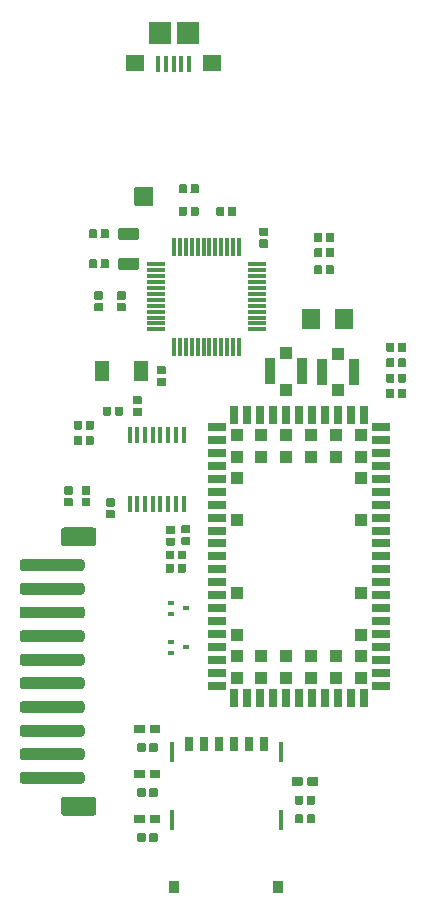
<source format=gbr>
G04 #@! TF.GenerationSoftware,KiCad,Pcbnew,5.1.8+dfsg1-1~bpo10+1*
G04 #@! TF.CreationDate,2021-01-07T21:30:59+01:00*
G04 #@! TF.ProjectId,easyhive,65617379-6869-4766-952e-6b696361645f,rev?*
G04 #@! TF.SameCoordinates,Original*
G04 #@! TF.FileFunction,Paste,Top*
G04 #@! TF.FilePolarity,Positive*
%FSLAX46Y46*%
G04 Gerber Fmt 4.6, Leading zero omitted, Abs format (unit mm)*
G04 Created by KiCad (PCBNEW 5.1.8+dfsg1-1~bpo10+1) date 2021-01-07 21:30:59*
%MOMM*%
%LPD*%
G01*
G04 APERTURE LIST*
%ADD10R,0.508000X0.355999*%
%ADD11R,1.600000X1.800000*%
%ADD12R,0.354800X1.461999*%
%ADD13R,1.900000X1.900000*%
%ADD14R,1.600000X1.400000*%
%ADD15R,0.400000X1.350000*%
%ADD16R,1.200000X1.800000*%
%ADD17R,0.350000X1.800000*%
%ADD18R,0.650000X1.300000*%
%ADD19R,0.900000X1.000000*%
%ADD20R,0.850000X2.200000*%
%ADD21R,1.000000X1.050000*%
%ADD22R,0.800000X1.500000*%
%ADD23R,1.500000X0.800000*%
%ADD24R,1.100000X1.100000*%
%ADD25R,0.300000X1.600000*%
%ADD26R,1.600000X0.300000*%
G04 APERTURE END LIST*
D10*
X146000000Y-121000000D03*
X144704999Y-121500003D03*
X144704999Y-120500002D03*
X145995001Y-117699997D03*
X144700000Y-118200000D03*
X144700000Y-117199999D03*
D11*
X159400000Y-93200000D03*
X156600000Y-93200000D03*
D12*
X145799998Y-108817000D03*
X145149997Y-108817000D03*
X144499998Y-108817000D03*
X143849997Y-108817000D03*
X143199998Y-108817000D03*
X142550000Y-108817000D03*
X141899998Y-108817000D03*
X141250000Y-108817000D03*
X141250000Y-102975000D03*
X141900001Y-102975000D03*
X142550000Y-102975000D03*
X143200001Y-102975000D03*
X143850000Y-102975000D03*
X144499998Y-102975000D03*
X145150000Y-102975000D03*
X145799998Y-102975000D03*
D13*
X143771100Y-68962600D03*
X146171100Y-68962600D03*
D14*
X141721100Y-71512600D03*
X148221100Y-71512600D03*
D15*
X146271100Y-71637600D03*
X145621100Y-71637600D03*
X143671100Y-71637600D03*
X144321100Y-71637600D03*
X144971100Y-71637600D03*
G36*
G01*
X139973400Y-108448000D02*
X139973400Y-109008000D01*
G75*
G02*
X139903400Y-109078000I-70000J0D01*
G01*
X139293400Y-109078000D01*
G75*
G02*
X139223400Y-109008000I0J70000D01*
G01*
X139223400Y-108448000D01*
G75*
G02*
X139293400Y-108378000I70000J0D01*
G01*
X139903400Y-108378000D01*
G75*
G02*
X139973400Y-108448000I0J-70000D01*
G01*
G37*
G36*
G01*
X139973400Y-109448000D02*
X139973400Y-110008000D01*
G75*
G02*
X139903400Y-110078000I-70000J0D01*
G01*
X139293400Y-110078000D01*
G75*
G02*
X139223400Y-110008000I0J70000D01*
G01*
X139223400Y-109448000D01*
G75*
G02*
X139293400Y-109378000I70000J0D01*
G01*
X139903400Y-109378000D01*
G75*
G02*
X139973400Y-109448000I0J-70000D01*
G01*
G37*
G36*
G01*
X140607000Y-101365400D02*
X140047000Y-101365400D01*
G75*
G02*
X139977000Y-101295400I0J70000D01*
G01*
X139977000Y-100685400D01*
G75*
G02*
X140047000Y-100615400I70000J0D01*
G01*
X140607000Y-100615400D01*
G75*
G02*
X140677000Y-100685400I0J-70000D01*
G01*
X140677000Y-101295400D01*
G75*
G02*
X140607000Y-101365400I-70000J0D01*
G01*
G37*
G36*
G01*
X139607000Y-101365400D02*
X139047000Y-101365400D01*
G75*
G02*
X138977000Y-101295400I0J70000D01*
G01*
X138977000Y-100685400D01*
G75*
G02*
X139047000Y-100615400I70000J0D01*
G01*
X139607000Y-100615400D01*
G75*
G02*
X139677000Y-100685400I0J-70000D01*
G01*
X139677000Y-101295400D01*
G75*
G02*
X139607000Y-101365400I-70000J0D01*
G01*
G37*
G36*
G01*
X141509400Y-101346600D02*
X141509400Y-100786600D01*
G75*
G02*
X141579400Y-100716600I70000J0D01*
G01*
X142189400Y-100716600D01*
G75*
G02*
X142259400Y-100786600I0J-70000D01*
G01*
X142259400Y-101346600D01*
G75*
G02*
X142189400Y-101416600I-70000J0D01*
G01*
X141579400Y-101416600D01*
G75*
G02*
X141509400Y-101346600I0J70000D01*
G01*
G37*
G36*
G01*
X141509400Y-100346600D02*
X141509400Y-99786600D01*
G75*
G02*
X141579400Y-99716600I70000J0D01*
G01*
X142189400Y-99716600D01*
G75*
G02*
X142259400Y-99786600I0J-70000D01*
G01*
X142259400Y-100346600D01*
G75*
G02*
X142189400Y-100416600I-70000J0D01*
G01*
X141579400Y-100416600D01*
G75*
G02*
X141509400Y-100346600I0J70000D01*
G01*
G37*
G36*
G01*
X138133400Y-102550200D02*
X137573400Y-102550200D01*
G75*
G02*
X137503400Y-102480200I0J70000D01*
G01*
X137503400Y-101870200D01*
G75*
G02*
X137573400Y-101800200I70000J0D01*
G01*
X138133400Y-101800200D01*
G75*
G02*
X138203400Y-101870200I0J-70000D01*
G01*
X138203400Y-102480200D01*
G75*
G02*
X138133400Y-102550200I-70000J0D01*
G01*
G37*
G36*
G01*
X137133400Y-102550200D02*
X136573400Y-102550200D01*
G75*
G02*
X136503400Y-102480200I0J70000D01*
G01*
X136503400Y-101870200D01*
G75*
G02*
X136573400Y-101800200I70000J0D01*
G01*
X137133400Y-101800200D01*
G75*
G02*
X137203400Y-101870200I0J-70000D01*
G01*
X137203400Y-102480200D01*
G75*
G02*
X137133400Y-102550200I-70000J0D01*
G01*
G37*
G36*
G01*
X138133400Y-103850200D02*
X137573400Y-103850200D01*
G75*
G02*
X137503400Y-103780200I0J70000D01*
G01*
X137503400Y-103170200D01*
G75*
G02*
X137573400Y-103100200I70000J0D01*
G01*
X138133400Y-103100200D01*
G75*
G02*
X138203400Y-103170200I0J-70000D01*
G01*
X138203400Y-103780200D01*
G75*
G02*
X138133400Y-103850200I-70000J0D01*
G01*
G37*
G36*
G01*
X137133400Y-103850200D02*
X136573400Y-103850200D01*
G75*
G02*
X136503400Y-103780200I0J70000D01*
G01*
X136503400Y-103170200D01*
G75*
G02*
X136573400Y-103100200I70000J0D01*
G01*
X137133400Y-103100200D01*
G75*
G02*
X137203400Y-103170200I0J-70000D01*
G01*
X137203400Y-103780200D01*
G75*
G02*
X137133400Y-103850200I-70000J0D01*
G01*
G37*
G36*
G01*
X137166000Y-108984000D02*
X137166000Y-108424000D01*
G75*
G02*
X137236000Y-108354000I70000J0D01*
G01*
X137846000Y-108354000D01*
G75*
G02*
X137916000Y-108424000I0J-70000D01*
G01*
X137916000Y-108984000D01*
G75*
G02*
X137846000Y-109054000I-70000J0D01*
G01*
X137236000Y-109054000D01*
G75*
G02*
X137166000Y-108984000I0J70000D01*
G01*
G37*
G36*
G01*
X137166000Y-107984000D02*
X137166000Y-107424000D01*
G75*
G02*
X137236000Y-107354000I70000J0D01*
G01*
X137846000Y-107354000D01*
G75*
G02*
X137916000Y-107424000I0J-70000D01*
G01*
X137916000Y-107984000D01*
G75*
G02*
X137846000Y-108054000I-70000J0D01*
G01*
X137236000Y-108054000D01*
G75*
G02*
X137166000Y-107984000I0J70000D01*
G01*
G37*
G36*
G01*
X135667400Y-108992000D02*
X135667400Y-108432000D01*
G75*
G02*
X135737400Y-108362000I70000J0D01*
G01*
X136347400Y-108362000D01*
G75*
G02*
X136417400Y-108432000I0J-70000D01*
G01*
X136417400Y-108992000D01*
G75*
G02*
X136347400Y-109062000I-70000J0D01*
G01*
X135737400Y-109062000D01*
G75*
G02*
X135667400Y-108992000I0J70000D01*
G01*
G37*
G36*
G01*
X135667400Y-107992000D02*
X135667400Y-107432000D01*
G75*
G02*
X135737400Y-107362000I70000J0D01*
G01*
X136347400Y-107362000D01*
G75*
G02*
X136417400Y-107432000I0J-70000D01*
G01*
X136417400Y-107992000D01*
G75*
G02*
X136347400Y-108062000I-70000J0D01*
G01*
X135737400Y-108062000D01*
G75*
G02*
X135667400Y-107992000I0J70000D01*
G01*
G37*
G36*
G01*
X144370000Y-113925000D02*
X144930000Y-113925000D01*
G75*
G02*
X145000000Y-113995000I0J-70000D01*
G01*
X145000000Y-114605000D01*
G75*
G02*
X144930000Y-114675000I-70000J0D01*
G01*
X144370000Y-114675000D01*
G75*
G02*
X144300000Y-114605000I0J70000D01*
G01*
X144300000Y-113995000D01*
G75*
G02*
X144370000Y-113925000I70000J0D01*
G01*
G37*
G36*
G01*
X145370000Y-113925000D02*
X145930000Y-113925000D01*
G75*
G02*
X146000000Y-113995000I0J-70000D01*
G01*
X146000000Y-114605000D01*
G75*
G02*
X145930000Y-114675000I-70000J0D01*
G01*
X145370000Y-114675000D01*
G75*
G02*
X145300000Y-114605000I0J70000D01*
G01*
X145300000Y-113995000D01*
G75*
G02*
X145370000Y-113925000I70000J0D01*
G01*
G37*
G36*
G01*
X144395000Y-112800000D02*
X144955000Y-112800000D01*
G75*
G02*
X145025000Y-112870000I0J-70000D01*
G01*
X145025000Y-113480000D01*
G75*
G02*
X144955000Y-113550000I-70000J0D01*
G01*
X144395000Y-113550000D01*
G75*
G02*
X144325000Y-113480000I0J70000D01*
G01*
X144325000Y-112870000D01*
G75*
G02*
X144395000Y-112800000I70000J0D01*
G01*
G37*
G36*
G01*
X145395000Y-112800000D02*
X145955000Y-112800000D01*
G75*
G02*
X146025000Y-112870000I0J-70000D01*
G01*
X146025000Y-113480000D01*
G75*
G02*
X145955000Y-113550000I-70000J0D01*
G01*
X145395000Y-113550000D01*
G75*
G02*
X145325000Y-113480000I0J70000D01*
G01*
X145325000Y-112870000D01*
G75*
G02*
X145395000Y-112800000I70000J0D01*
G01*
G37*
G36*
G01*
X158480000Y-87945000D02*
X157920000Y-87945000D01*
G75*
G02*
X157850000Y-87875000I0J70000D01*
G01*
X157850000Y-87265000D01*
G75*
G02*
X157920000Y-87195000I70000J0D01*
G01*
X158480000Y-87195000D01*
G75*
G02*
X158550000Y-87265000I0J-70000D01*
G01*
X158550000Y-87875000D01*
G75*
G02*
X158480000Y-87945000I-70000J0D01*
G01*
G37*
G36*
G01*
X157480000Y-87945000D02*
X156920000Y-87945000D01*
G75*
G02*
X156850000Y-87875000I0J70000D01*
G01*
X156850000Y-87265000D01*
G75*
G02*
X156920000Y-87195000I70000J0D01*
G01*
X157480000Y-87195000D01*
G75*
G02*
X157550000Y-87265000I0J-70000D01*
G01*
X157550000Y-87875000D01*
G75*
G02*
X157480000Y-87945000I-70000J0D01*
G01*
G37*
G36*
G01*
X156920000Y-85915000D02*
X157480000Y-85915000D01*
G75*
G02*
X157550000Y-85985000I0J-70000D01*
G01*
X157550000Y-86595000D01*
G75*
G02*
X157480000Y-86665000I-70000J0D01*
G01*
X156920000Y-86665000D01*
G75*
G02*
X156850000Y-86595000I0J70000D01*
G01*
X156850000Y-85985000D01*
G75*
G02*
X156920000Y-85915000I70000J0D01*
G01*
G37*
G36*
G01*
X157920000Y-85915000D02*
X158480000Y-85915000D01*
G75*
G02*
X158550000Y-85985000I0J-70000D01*
G01*
X158550000Y-86595000D01*
G75*
G02*
X158480000Y-86665000I-70000J0D01*
G01*
X157920000Y-86665000D01*
G75*
G02*
X157850000Y-86595000I0J70000D01*
G01*
X157850000Y-85985000D01*
G75*
G02*
X157920000Y-85915000I70000J0D01*
G01*
G37*
G36*
G01*
X140386100Y-88008600D02*
X141936100Y-88008600D01*
G75*
G02*
X142061100Y-88133600I0J-125000D01*
G01*
X142061100Y-88883600D01*
G75*
G02*
X141936100Y-89008600I-125000J0D01*
G01*
X140386100Y-89008600D01*
G75*
G02*
X140261100Y-88883600I0J125000D01*
G01*
X140261100Y-88133600D01*
G75*
G02*
X140386100Y-88008600I125000J0D01*
G01*
G37*
G36*
G01*
X140386100Y-85508600D02*
X141936100Y-85508600D01*
G75*
G02*
X142061100Y-85633600I0J-125000D01*
G01*
X142061100Y-86383600D01*
G75*
G02*
X141936100Y-86508600I-125000J0D01*
G01*
X140386100Y-86508600D01*
G75*
G02*
X140261100Y-86383600I0J125000D01*
G01*
X140261100Y-85633600D01*
G75*
G02*
X140386100Y-85508600I125000J0D01*
G01*
G37*
D16*
X142200000Y-97600000D03*
X138900000Y-97600000D03*
D17*
X154011100Y-135588600D03*
X144820100Y-135588600D03*
X154011100Y-129838600D03*
X144820100Y-129838600D03*
D18*
X146246100Y-129168600D03*
X147516100Y-129168600D03*
X148786100Y-129168600D03*
X150056100Y-129168600D03*
X151326100Y-129168600D03*
X152596100Y-129168600D03*
D19*
X153816100Y-141308600D03*
X145016100Y-141308600D03*
D20*
X155832400Y-97637600D03*
X153082400Y-97637600D03*
D21*
X154457400Y-99162600D03*
X154457400Y-96112600D03*
D20*
X160250000Y-97650000D03*
X157500000Y-97650000D03*
D21*
X158875000Y-99175000D03*
X158875000Y-96125000D03*
D22*
X152250000Y-101350000D03*
X153350000Y-101350000D03*
X154450000Y-101350000D03*
X155550000Y-101350000D03*
X156650000Y-101350000D03*
X157750000Y-101350000D03*
X158850000Y-101350000D03*
X159950000Y-101350000D03*
X150050000Y-101350000D03*
X151150000Y-101350000D03*
D23*
X148600000Y-102300000D03*
D22*
X161050000Y-101350000D03*
D23*
X148600000Y-103400000D03*
X148600000Y-104500000D03*
X148600000Y-105600000D03*
X148600000Y-106700000D03*
X148600000Y-107800000D03*
X148600000Y-108900000D03*
X148600000Y-110000000D03*
X148600000Y-111100000D03*
X148600000Y-112200000D03*
X148600000Y-113300000D03*
X148600000Y-114400000D03*
X148600000Y-115500000D03*
X148600000Y-116600000D03*
X148600000Y-117700000D03*
X148600000Y-118800000D03*
X148600000Y-119900000D03*
X148600000Y-121000000D03*
X148600000Y-122100000D03*
X148600000Y-123200000D03*
X148600000Y-124300000D03*
X162500000Y-102300000D03*
X162500000Y-103400000D03*
X162500000Y-104500000D03*
X162500000Y-105600000D03*
X162500000Y-106700000D03*
X162500000Y-107800000D03*
X162500000Y-108900000D03*
X162500000Y-110000000D03*
X162500000Y-111100000D03*
X162500000Y-112200000D03*
X162500000Y-113300000D03*
X162500000Y-114400000D03*
X162500000Y-115500000D03*
X162500000Y-116600000D03*
X162500000Y-117700000D03*
X162500000Y-118800000D03*
X162500000Y-119900000D03*
X162500000Y-121000000D03*
X162500000Y-122100000D03*
X162500000Y-123200000D03*
X162500000Y-124300000D03*
D22*
X152250000Y-125250000D03*
X153350000Y-125250000D03*
X154450000Y-125250000D03*
X155550000Y-125250000D03*
X156650000Y-125250000D03*
X157750000Y-125250000D03*
X158850000Y-125250000D03*
X159950000Y-125250000D03*
X150050000Y-125250000D03*
X151150000Y-125250000D03*
X161050000Y-125250000D03*
D24*
X150300000Y-103050000D03*
X152400000Y-103050000D03*
X154500000Y-103050000D03*
X156600000Y-103050000D03*
X158700000Y-103050000D03*
X160800000Y-103050000D03*
X160800000Y-104850000D03*
X158700000Y-104850000D03*
X156600000Y-104850000D03*
X154500000Y-104850000D03*
X152400000Y-104850000D03*
X150300000Y-104850000D03*
X150300000Y-106650000D03*
X160800000Y-106650000D03*
X150300000Y-110250000D03*
X160800000Y-110250000D03*
X150300000Y-121750000D03*
X152400000Y-121750000D03*
X154500000Y-121750000D03*
X156600000Y-121750000D03*
X158700000Y-121750000D03*
X160800000Y-121750000D03*
X160800000Y-123550000D03*
X158700000Y-123550000D03*
X156600000Y-123550000D03*
X154500000Y-123550000D03*
X152400000Y-123550000D03*
X150300000Y-123550000D03*
X150300000Y-116350000D03*
X160800000Y-116350000D03*
X150300000Y-119950000D03*
X160800000Y-119950000D03*
G36*
G01*
X143231100Y-82093600D02*
X143231100Y-83533600D01*
G75*
G02*
X143151100Y-83613600I-80000J0D01*
G01*
X141711100Y-83613600D01*
G75*
G02*
X141631100Y-83533600I0J80000D01*
G01*
X141631100Y-82093600D01*
G75*
G02*
X141711100Y-82013600I80000J0D01*
G01*
X143151100Y-82013600D01*
G75*
G02*
X143231100Y-82093600I0J-80000D01*
G01*
G37*
D25*
X144996100Y-87068600D03*
X145496100Y-87068600D03*
X145996100Y-87068600D03*
X146496100Y-87068600D03*
X146996100Y-87068600D03*
X147496100Y-87068600D03*
X147996100Y-87068600D03*
X148496100Y-87068600D03*
X148996100Y-87068600D03*
X149496100Y-87068600D03*
X149996100Y-87068600D03*
X150496100Y-87068600D03*
D26*
X151996100Y-88568600D03*
X151996100Y-89068600D03*
X151996100Y-89568600D03*
X151996100Y-90068600D03*
X151996100Y-90568600D03*
X151996100Y-91068600D03*
X151996100Y-92068600D03*
X151996100Y-91568600D03*
X151996100Y-92568600D03*
X151996100Y-93068600D03*
X151996100Y-93568600D03*
X151996100Y-94068600D03*
D25*
X150496100Y-95568600D03*
X149996100Y-95568600D03*
X149496100Y-95568600D03*
X148996100Y-95568600D03*
X148496100Y-95568600D03*
X147996100Y-95568600D03*
X147496100Y-95568600D03*
X146996100Y-95568600D03*
X146496100Y-95568600D03*
X145996100Y-95568600D03*
X145496100Y-95568600D03*
X144996100Y-95568600D03*
D26*
X143496100Y-94068600D03*
X143496100Y-93568600D03*
X143496100Y-93068600D03*
X143496100Y-92568600D03*
X143496100Y-92068600D03*
X143496100Y-91568600D03*
X143496100Y-91068600D03*
X143496100Y-90568600D03*
X143496100Y-90068600D03*
X143496100Y-89568600D03*
X143496100Y-89068600D03*
X143496100Y-88568600D03*
G36*
G01*
X142548600Y-127583600D02*
X142548600Y-128213600D01*
G75*
G02*
X142513600Y-128248600I-35000J0D01*
G01*
X141683600Y-128248600D01*
G75*
G02*
X141648600Y-128213600I0J35000D01*
G01*
X141648600Y-127583600D01*
G75*
G02*
X141683600Y-127548600I35000J0D01*
G01*
X142513600Y-127548600D01*
G75*
G02*
X142548600Y-127583600I0J-35000D01*
G01*
G37*
G36*
G01*
X143848600Y-127583600D02*
X143848600Y-128213600D01*
G75*
G02*
X143813600Y-128248600I-35000J0D01*
G01*
X142983600Y-128248600D01*
G75*
G02*
X142948600Y-128213600I0J35000D01*
G01*
X142948600Y-127583600D01*
G75*
G02*
X142983600Y-127548600I35000J0D01*
G01*
X143813600Y-127548600D01*
G75*
G02*
X143848600Y-127583600I0J-35000D01*
G01*
G37*
G36*
G01*
X142548600Y-131393600D02*
X142548600Y-132023600D01*
G75*
G02*
X142513600Y-132058600I-35000J0D01*
G01*
X141683600Y-132058600D01*
G75*
G02*
X141648600Y-132023600I0J35000D01*
G01*
X141648600Y-131393600D01*
G75*
G02*
X141683600Y-131358600I35000J0D01*
G01*
X142513600Y-131358600D01*
G75*
G02*
X142548600Y-131393600I0J-35000D01*
G01*
G37*
G36*
G01*
X143848600Y-131393600D02*
X143848600Y-132023600D01*
G75*
G02*
X143813600Y-132058600I-35000J0D01*
G01*
X142983600Y-132058600D01*
G75*
G02*
X142948600Y-132023600I0J35000D01*
G01*
X142948600Y-131393600D01*
G75*
G02*
X142983600Y-131358600I35000J0D01*
G01*
X143813600Y-131358600D01*
G75*
G02*
X143848600Y-131393600I0J-35000D01*
G01*
G37*
G36*
G01*
X156283600Y-132658600D02*
X156283600Y-132028600D01*
G75*
G02*
X156318600Y-131993600I35000J0D01*
G01*
X157148600Y-131993600D01*
G75*
G02*
X157183600Y-132028600I0J-35000D01*
G01*
X157183600Y-132658600D01*
G75*
G02*
X157148600Y-132693600I-35000J0D01*
G01*
X156318600Y-132693600D01*
G75*
G02*
X156283600Y-132658600I0J35000D01*
G01*
G37*
G36*
G01*
X154983600Y-132658600D02*
X154983600Y-132028600D01*
G75*
G02*
X155018600Y-131993600I35000J0D01*
G01*
X155848600Y-131993600D01*
G75*
G02*
X155883600Y-132028600I0J-35000D01*
G01*
X155883600Y-132658600D01*
G75*
G02*
X155848600Y-132693600I-35000J0D01*
G01*
X155018600Y-132693600D01*
G75*
G02*
X154983600Y-132658600I0J35000D01*
G01*
G37*
G36*
G01*
X142548600Y-135203600D02*
X142548600Y-135833600D01*
G75*
G02*
X142513600Y-135868600I-35000J0D01*
G01*
X141683600Y-135868600D01*
G75*
G02*
X141648600Y-135833600I0J35000D01*
G01*
X141648600Y-135203600D01*
G75*
G02*
X141683600Y-135168600I35000J0D01*
G01*
X142513600Y-135168600D01*
G75*
G02*
X142548600Y-135203600I0J-35000D01*
G01*
G37*
G36*
G01*
X143848600Y-135203600D02*
X143848600Y-135833600D01*
G75*
G02*
X143813600Y-135868600I-35000J0D01*
G01*
X142983600Y-135868600D01*
G75*
G02*
X142948600Y-135833600I0J35000D01*
G01*
X142948600Y-135203600D01*
G75*
G02*
X142983600Y-135168600I35000J0D01*
G01*
X143813600Y-135168600D01*
G75*
G02*
X143848600Y-135203600I0J-35000D01*
G01*
G37*
G36*
G01*
X145075000Y-110770000D02*
X145075000Y-111330000D01*
G75*
G02*
X145005000Y-111400000I-70000J0D01*
G01*
X144395000Y-111400000D01*
G75*
G02*
X144325000Y-111330000I0J70000D01*
G01*
X144325000Y-110770000D01*
G75*
G02*
X144395000Y-110700000I70000J0D01*
G01*
X145005000Y-110700000D01*
G75*
G02*
X145075000Y-110770000I0J-70000D01*
G01*
G37*
G36*
G01*
X145075000Y-111770000D02*
X145075000Y-112330000D01*
G75*
G02*
X145005000Y-112400000I-70000J0D01*
G01*
X144395000Y-112400000D01*
G75*
G02*
X144325000Y-112330000I0J70000D01*
G01*
X144325000Y-111770000D01*
G75*
G02*
X144395000Y-111700000I70000J0D01*
G01*
X145005000Y-111700000D01*
G75*
G02*
X145075000Y-111770000I0J-70000D01*
G01*
G37*
G36*
G01*
X146375000Y-110720000D02*
X146375000Y-111280000D01*
G75*
G02*
X146305000Y-111350000I-70000J0D01*
G01*
X145695000Y-111350000D01*
G75*
G02*
X145625000Y-111280000I0J70000D01*
G01*
X145625000Y-110720000D01*
G75*
G02*
X145695000Y-110650000I70000J0D01*
G01*
X146305000Y-110650000D01*
G75*
G02*
X146375000Y-110720000I0J-70000D01*
G01*
G37*
G36*
G01*
X146375000Y-111720000D02*
X146375000Y-112280000D01*
G75*
G02*
X146305000Y-112350000I-70000J0D01*
G01*
X145695000Y-112350000D01*
G75*
G02*
X145625000Y-112280000I0J70000D01*
G01*
X145625000Y-111720000D01*
G75*
G02*
X145695000Y-111650000I70000J0D01*
G01*
X146305000Y-111650000D01*
G75*
G02*
X146375000Y-111720000I0J-70000D01*
G01*
G37*
G36*
G01*
X163580000Y-97275000D02*
X163020000Y-97275000D01*
G75*
G02*
X162950000Y-97205000I0J70000D01*
G01*
X162950000Y-96595000D01*
G75*
G02*
X163020000Y-96525000I70000J0D01*
G01*
X163580000Y-96525000D01*
G75*
G02*
X163650000Y-96595000I0J-70000D01*
G01*
X163650000Y-97205000D01*
G75*
G02*
X163580000Y-97275000I-70000J0D01*
G01*
G37*
G36*
G01*
X164580000Y-97275000D02*
X164020000Y-97275000D01*
G75*
G02*
X163950000Y-97205000I0J70000D01*
G01*
X163950000Y-96595000D01*
G75*
G02*
X164020000Y-96525000I70000J0D01*
G01*
X164580000Y-96525000D01*
G75*
G02*
X164650000Y-96595000I0J-70000D01*
G01*
X164650000Y-97205000D01*
G75*
G02*
X164580000Y-97275000I-70000J0D01*
G01*
G37*
G36*
G01*
X163580000Y-99875000D02*
X163020000Y-99875000D01*
G75*
G02*
X162950000Y-99805000I0J70000D01*
G01*
X162950000Y-99195000D01*
G75*
G02*
X163020000Y-99125000I70000J0D01*
G01*
X163580000Y-99125000D01*
G75*
G02*
X163650000Y-99195000I0J-70000D01*
G01*
X163650000Y-99805000D01*
G75*
G02*
X163580000Y-99875000I-70000J0D01*
G01*
G37*
G36*
G01*
X164580000Y-99875000D02*
X164020000Y-99875000D01*
G75*
G02*
X163950000Y-99805000I0J70000D01*
G01*
X163950000Y-99195000D01*
G75*
G02*
X164020000Y-99125000I70000J0D01*
G01*
X164580000Y-99125000D01*
G75*
G02*
X164650000Y-99195000I0J-70000D01*
G01*
X164650000Y-99805000D01*
G75*
G02*
X164580000Y-99875000I-70000J0D01*
G01*
G37*
G36*
G01*
X163580000Y-98575000D02*
X163020000Y-98575000D01*
G75*
G02*
X162950000Y-98505000I0J70000D01*
G01*
X162950000Y-97895000D01*
G75*
G02*
X163020000Y-97825000I70000J0D01*
G01*
X163580000Y-97825000D01*
G75*
G02*
X163650000Y-97895000I0J-70000D01*
G01*
X163650000Y-98505000D01*
G75*
G02*
X163580000Y-98575000I-70000J0D01*
G01*
G37*
G36*
G01*
X164580000Y-98575000D02*
X164020000Y-98575000D01*
G75*
G02*
X163950000Y-98505000I0J70000D01*
G01*
X163950000Y-97895000D01*
G75*
G02*
X164020000Y-97825000I70000J0D01*
G01*
X164580000Y-97825000D01*
G75*
G02*
X164650000Y-97895000I0J-70000D01*
G01*
X164650000Y-98505000D01*
G75*
G02*
X164580000Y-98575000I-70000J0D01*
G01*
G37*
G36*
G01*
X163580000Y-95975000D02*
X163020000Y-95975000D01*
G75*
G02*
X162950000Y-95905000I0J70000D01*
G01*
X162950000Y-95295000D01*
G75*
G02*
X163020000Y-95225000I70000J0D01*
G01*
X163580000Y-95225000D01*
G75*
G02*
X163650000Y-95295000I0J-70000D01*
G01*
X163650000Y-95905000D01*
G75*
G02*
X163580000Y-95975000I-70000J0D01*
G01*
G37*
G36*
G01*
X164580000Y-95975000D02*
X164020000Y-95975000D01*
G75*
G02*
X163950000Y-95905000I0J70000D01*
G01*
X163950000Y-95295000D01*
G75*
G02*
X164020000Y-95225000I70000J0D01*
G01*
X164580000Y-95225000D01*
G75*
G02*
X164650000Y-95295000I0J-70000D01*
G01*
X164650000Y-95905000D01*
G75*
G02*
X164580000Y-95975000I-70000J0D01*
G01*
G37*
G36*
G01*
X156863600Y-135893600D02*
X156303600Y-135893600D01*
G75*
G02*
X156233600Y-135823600I0J70000D01*
G01*
X156233600Y-135213600D01*
G75*
G02*
X156303600Y-135143600I70000J0D01*
G01*
X156863600Y-135143600D01*
G75*
G02*
X156933600Y-135213600I0J-70000D01*
G01*
X156933600Y-135823600D01*
G75*
G02*
X156863600Y-135893600I-70000J0D01*
G01*
G37*
G36*
G01*
X155863600Y-135893600D02*
X155303600Y-135893600D01*
G75*
G02*
X155233600Y-135823600I0J70000D01*
G01*
X155233600Y-135213600D01*
G75*
G02*
X155303600Y-135143600I70000J0D01*
G01*
X155863600Y-135143600D01*
G75*
G02*
X155933600Y-135213600I0J-70000D01*
G01*
X155933600Y-135823600D01*
G75*
G02*
X155863600Y-135893600I-70000J0D01*
G01*
G37*
G36*
G01*
X156863600Y-134306100D02*
X156303600Y-134306100D01*
G75*
G02*
X156233600Y-134236100I0J70000D01*
G01*
X156233600Y-133626100D01*
G75*
G02*
X156303600Y-133556100I70000J0D01*
G01*
X156863600Y-133556100D01*
G75*
G02*
X156933600Y-133626100I0J-70000D01*
G01*
X156933600Y-134236100D01*
G75*
G02*
X156863600Y-134306100I-70000J0D01*
G01*
G37*
G36*
G01*
X155863600Y-134306100D02*
X155303600Y-134306100D01*
G75*
G02*
X155233600Y-134236100I0J70000D01*
G01*
X155233600Y-133626100D01*
G75*
G02*
X155303600Y-133556100I70000J0D01*
G01*
X155863600Y-133556100D01*
G75*
G02*
X155933600Y-133626100I0J-70000D01*
G01*
X155933600Y-134236100D01*
G75*
G02*
X155863600Y-134306100I-70000J0D01*
G01*
G37*
G36*
G01*
X141968600Y-136731100D02*
X142528600Y-136731100D01*
G75*
G02*
X142598600Y-136801100I0J-70000D01*
G01*
X142598600Y-137411100D01*
G75*
G02*
X142528600Y-137481100I-70000J0D01*
G01*
X141968600Y-137481100D01*
G75*
G02*
X141898600Y-137411100I0J70000D01*
G01*
X141898600Y-136801100D01*
G75*
G02*
X141968600Y-136731100I70000J0D01*
G01*
G37*
G36*
G01*
X142968600Y-136731100D02*
X143528600Y-136731100D01*
G75*
G02*
X143598600Y-136801100I0J-70000D01*
G01*
X143598600Y-137411100D01*
G75*
G02*
X143528600Y-137481100I-70000J0D01*
G01*
X142968600Y-137481100D01*
G75*
G02*
X142898600Y-137411100I0J70000D01*
G01*
X142898600Y-136801100D01*
G75*
G02*
X142968600Y-136731100I70000J0D01*
G01*
G37*
G36*
G01*
X141968600Y-132921100D02*
X142528600Y-132921100D01*
G75*
G02*
X142598600Y-132991100I0J-70000D01*
G01*
X142598600Y-133601100D01*
G75*
G02*
X142528600Y-133671100I-70000J0D01*
G01*
X141968600Y-133671100D01*
G75*
G02*
X141898600Y-133601100I0J70000D01*
G01*
X141898600Y-132991100D01*
G75*
G02*
X141968600Y-132921100I70000J0D01*
G01*
G37*
G36*
G01*
X142968600Y-132921100D02*
X143528600Y-132921100D01*
G75*
G02*
X143598600Y-132991100I0J-70000D01*
G01*
X143598600Y-133601100D01*
G75*
G02*
X143528600Y-133671100I-70000J0D01*
G01*
X142968600Y-133671100D01*
G75*
G02*
X142898600Y-133601100I0J70000D01*
G01*
X142898600Y-132991100D01*
G75*
G02*
X142968600Y-132921100I70000J0D01*
G01*
G37*
G36*
G01*
X141968600Y-129111100D02*
X142528600Y-129111100D01*
G75*
G02*
X142598600Y-129181100I0J-70000D01*
G01*
X142598600Y-129791100D01*
G75*
G02*
X142528600Y-129861100I-70000J0D01*
G01*
X141968600Y-129861100D01*
G75*
G02*
X141898600Y-129791100I0J70000D01*
G01*
X141898600Y-129181100D01*
G75*
G02*
X141968600Y-129111100I70000J0D01*
G01*
G37*
G36*
G01*
X142968600Y-129111100D02*
X143528600Y-129111100D01*
G75*
G02*
X143598600Y-129181100I0J-70000D01*
G01*
X143598600Y-129791100D01*
G75*
G02*
X143528600Y-129861100I-70000J0D01*
G01*
X142968600Y-129861100D01*
G75*
G02*
X142898600Y-129791100I0J70000D01*
G01*
X142898600Y-129181100D01*
G75*
G02*
X142968600Y-129111100I70000J0D01*
G01*
G37*
G36*
G01*
X156910000Y-88655000D02*
X157470000Y-88655000D01*
G75*
G02*
X157540000Y-88725000I0J-70000D01*
G01*
X157540000Y-89335000D01*
G75*
G02*
X157470000Y-89405000I-70000J0D01*
G01*
X156910000Y-89405000D01*
G75*
G02*
X156840000Y-89335000I0J70000D01*
G01*
X156840000Y-88725000D01*
G75*
G02*
X156910000Y-88655000I70000J0D01*
G01*
G37*
G36*
G01*
X157910000Y-88655000D02*
X158470000Y-88655000D01*
G75*
G02*
X158540000Y-88725000I0J-70000D01*
G01*
X158540000Y-89335000D01*
G75*
G02*
X158470000Y-89405000I-70000J0D01*
G01*
X157910000Y-89405000D01*
G75*
G02*
X157840000Y-89335000I0J70000D01*
G01*
X157840000Y-88725000D01*
G75*
G02*
X157910000Y-88655000I70000J0D01*
G01*
G37*
G36*
G01*
X138246100Y-92483600D02*
X138246100Y-91923600D01*
G75*
G02*
X138316100Y-91853600I70000J0D01*
G01*
X138926100Y-91853600D01*
G75*
G02*
X138996100Y-91923600I0J-70000D01*
G01*
X138996100Y-92483600D01*
G75*
G02*
X138926100Y-92553600I-70000J0D01*
G01*
X138316100Y-92553600D01*
G75*
G02*
X138246100Y-92483600I0J70000D01*
G01*
G37*
G36*
G01*
X138246100Y-91483600D02*
X138246100Y-90923600D01*
G75*
G02*
X138316100Y-90853600I70000J0D01*
G01*
X138926100Y-90853600D01*
G75*
G02*
X138996100Y-90923600I0J-70000D01*
G01*
X138996100Y-91483600D01*
G75*
G02*
X138926100Y-91553600I-70000J0D01*
G01*
X138316100Y-91553600D01*
G75*
G02*
X138246100Y-91483600I0J70000D01*
G01*
G37*
G36*
G01*
X145461100Y-81803600D02*
X146021100Y-81803600D01*
G75*
G02*
X146091100Y-81873600I0J-70000D01*
G01*
X146091100Y-82483600D01*
G75*
G02*
X146021100Y-82553600I-70000J0D01*
G01*
X145461100Y-82553600D01*
G75*
G02*
X145391100Y-82483600I0J70000D01*
G01*
X145391100Y-81873600D01*
G75*
G02*
X145461100Y-81803600I70000J0D01*
G01*
G37*
G36*
G01*
X146461100Y-81803600D02*
X147021100Y-81803600D01*
G75*
G02*
X147091100Y-81873600I0J-70000D01*
G01*
X147091100Y-82483600D01*
G75*
G02*
X147021100Y-82553600I-70000J0D01*
G01*
X146461100Y-82553600D01*
G75*
G02*
X146391100Y-82483600I0J70000D01*
G01*
X146391100Y-81873600D01*
G75*
G02*
X146461100Y-81803600I70000J0D01*
G01*
G37*
G36*
G01*
X140151100Y-92483600D02*
X140151100Y-91923600D01*
G75*
G02*
X140221100Y-91853600I70000J0D01*
G01*
X140831100Y-91853600D01*
G75*
G02*
X140901100Y-91923600I0J-70000D01*
G01*
X140901100Y-92483600D01*
G75*
G02*
X140831100Y-92553600I-70000J0D01*
G01*
X140221100Y-92553600D01*
G75*
G02*
X140151100Y-92483600I0J70000D01*
G01*
G37*
G36*
G01*
X140151100Y-91483600D02*
X140151100Y-90923600D01*
G75*
G02*
X140221100Y-90853600I70000J0D01*
G01*
X140831100Y-90853600D01*
G75*
G02*
X140901100Y-90923600I0J-70000D01*
G01*
X140901100Y-91483600D01*
G75*
G02*
X140831100Y-91553600I-70000J0D01*
G01*
X140221100Y-91553600D01*
G75*
G02*
X140151100Y-91483600I0J70000D01*
G01*
G37*
G36*
G01*
X152966100Y-85526100D02*
X152966100Y-86086100D01*
G75*
G02*
X152896100Y-86156100I-70000J0D01*
G01*
X152286100Y-86156100D01*
G75*
G02*
X152216100Y-86086100I0J70000D01*
G01*
X152216100Y-85526100D01*
G75*
G02*
X152286100Y-85456100I70000J0D01*
G01*
X152896100Y-85456100D01*
G75*
G02*
X152966100Y-85526100I0J-70000D01*
G01*
G37*
G36*
G01*
X152966100Y-86526100D02*
X152966100Y-87086100D01*
G75*
G02*
X152896100Y-87156100I-70000J0D01*
G01*
X152286100Y-87156100D01*
G75*
G02*
X152216100Y-87086100I0J70000D01*
G01*
X152216100Y-86526100D01*
G75*
G02*
X152286100Y-86456100I70000J0D01*
G01*
X152896100Y-86456100D01*
G75*
G02*
X152966100Y-86526100I0J-70000D01*
G01*
G37*
G36*
G01*
X143550000Y-98805000D02*
X143550000Y-98245000D01*
G75*
G02*
X143620000Y-98175000I70000J0D01*
G01*
X144230000Y-98175000D01*
G75*
G02*
X144300000Y-98245000I0J-70000D01*
G01*
X144300000Y-98805000D01*
G75*
G02*
X144230000Y-98875000I-70000J0D01*
G01*
X143620000Y-98875000D01*
G75*
G02*
X143550000Y-98805000I0J70000D01*
G01*
G37*
G36*
G01*
X143550000Y-97805000D02*
X143550000Y-97245000D01*
G75*
G02*
X143620000Y-97175000I70000J0D01*
G01*
X144230000Y-97175000D01*
G75*
G02*
X144300000Y-97245000I0J-70000D01*
G01*
X144300000Y-97805000D01*
G75*
G02*
X144230000Y-97875000I-70000J0D01*
G01*
X143620000Y-97875000D01*
G75*
G02*
X143550000Y-97805000I0J70000D01*
G01*
G37*
G36*
G01*
X137841100Y-88153600D02*
X138401100Y-88153600D01*
G75*
G02*
X138471100Y-88223600I0J-70000D01*
G01*
X138471100Y-88833600D01*
G75*
G02*
X138401100Y-88903600I-70000J0D01*
G01*
X137841100Y-88903600D01*
G75*
G02*
X137771100Y-88833600I0J70000D01*
G01*
X137771100Y-88223600D01*
G75*
G02*
X137841100Y-88153600I70000J0D01*
G01*
G37*
G36*
G01*
X138841100Y-88153600D02*
X139401100Y-88153600D01*
G75*
G02*
X139471100Y-88223600I0J-70000D01*
G01*
X139471100Y-88833600D01*
G75*
G02*
X139401100Y-88903600I-70000J0D01*
G01*
X138841100Y-88903600D01*
G75*
G02*
X138771100Y-88833600I0J70000D01*
G01*
X138771100Y-88223600D01*
G75*
G02*
X138841100Y-88153600I70000J0D01*
G01*
G37*
G36*
G01*
X137841100Y-85613600D02*
X138401100Y-85613600D01*
G75*
G02*
X138471100Y-85683600I0J-70000D01*
G01*
X138471100Y-86293600D01*
G75*
G02*
X138401100Y-86363600I-70000J0D01*
G01*
X137841100Y-86363600D01*
G75*
G02*
X137771100Y-86293600I0J70000D01*
G01*
X137771100Y-85683600D01*
G75*
G02*
X137841100Y-85613600I70000J0D01*
G01*
G37*
G36*
G01*
X138841100Y-85613600D02*
X139401100Y-85613600D01*
G75*
G02*
X139471100Y-85683600I0J-70000D01*
G01*
X139471100Y-86293600D01*
G75*
G02*
X139401100Y-86363600I-70000J0D01*
G01*
X138841100Y-86363600D01*
G75*
G02*
X138771100Y-86293600I0J70000D01*
G01*
X138771100Y-85683600D01*
G75*
G02*
X138841100Y-85613600I70000J0D01*
G01*
G37*
G36*
G01*
X150196100Y-84458600D02*
X149636100Y-84458600D01*
G75*
G02*
X149566100Y-84388600I0J70000D01*
G01*
X149566100Y-83778600D01*
G75*
G02*
X149636100Y-83708600I70000J0D01*
G01*
X150196100Y-83708600D01*
G75*
G02*
X150266100Y-83778600I0J-70000D01*
G01*
X150266100Y-84388600D01*
G75*
G02*
X150196100Y-84458600I-70000J0D01*
G01*
G37*
G36*
G01*
X149196100Y-84458600D02*
X148636100Y-84458600D01*
G75*
G02*
X148566100Y-84388600I0J70000D01*
G01*
X148566100Y-83778600D01*
G75*
G02*
X148636100Y-83708600I70000J0D01*
G01*
X149196100Y-83708600D01*
G75*
G02*
X149266100Y-83778600I0J-70000D01*
G01*
X149266100Y-84388600D01*
G75*
G02*
X149196100Y-84458600I-70000J0D01*
G01*
G37*
G36*
G01*
X145461100Y-83708600D02*
X146021100Y-83708600D01*
G75*
G02*
X146091100Y-83778600I0J-70000D01*
G01*
X146091100Y-84388600D01*
G75*
G02*
X146021100Y-84458600I-70000J0D01*
G01*
X145461100Y-84458600D01*
G75*
G02*
X145391100Y-84388600I0J70000D01*
G01*
X145391100Y-83778600D01*
G75*
G02*
X145461100Y-83708600I70000J0D01*
G01*
G37*
G36*
G01*
X146461100Y-83708600D02*
X147021100Y-83708600D01*
G75*
G02*
X147091100Y-83778600I0J-70000D01*
G01*
X147091100Y-84388600D01*
G75*
G02*
X147021100Y-84458600I-70000J0D01*
G01*
X146461100Y-84458600D01*
G75*
G02*
X146391100Y-84388600I0J70000D01*
G01*
X146391100Y-83778600D01*
G75*
G02*
X146461100Y-83708600I70000J0D01*
G01*
G37*
G36*
G01*
X135670800Y-133643400D02*
X138170800Y-133643400D01*
G75*
G02*
X138420800Y-133893400I0J-250000D01*
G01*
X138420800Y-134993400D01*
G75*
G02*
X138170800Y-135243400I-250000J0D01*
G01*
X135670800Y-135243400D01*
G75*
G02*
X135420800Y-134993400I0J250000D01*
G01*
X135420800Y-133893400D01*
G75*
G02*
X135670800Y-133643400I250000J0D01*
G01*
G37*
G36*
G01*
X135670800Y-110843400D02*
X138170800Y-110843400D01*
G75*
G02*
X138420800Y-111093400I0J-250000D01*
G01*
X138420800Y-112193400D01*
G75*
G02*
X138170800Y-112443400I-250000J0D01*
G01*
X135670800Y-112443400D01*
G75*
G02*
X135420800Y-112193400I0J250000D01*
G01*
X135420800Y-111093400D01*
G75*
G02*
X135670800Y-110843400I250000J0D01*
G01*
G37*
G36*
G01*
X132170800Y-131543400D02*
X137170800Y-131543400D01*
G75*
G02*
X137420800Y-131793400I0J-250000D01*
G01*
X137420800Y-132293400D01*
G75*
G02*
X137170800Y-132543400I-250000J0D01*
G01*
X132170800Y-132543400D01*
G75*
G02*
X131920800Y-132293400I0J250000D01*
G01*
X131920800Y-131793400D01*
G75*
G02*
X132170800Y-131543400I250000J0D01*
G01*
G37*
G36*
G01*
X132170800Y-129543400D02*
X137170800Y-129543400D01*
G75*
G02*
X137420800Y-129793400I0J-250000D01*
G01*
X137420800Y-130293400D01*
G75*
G02*
X137170800Y-130543400I-250000J0D01*
G01*
X132170800Y-130543400D01*
G75*
G02*
X131920800Y-130293400I0J250000D01*
G01*
X131920800Y-129793400D01*
G75*
G02*
X132170800Y-129543400I250000J0D01*
G01*
G37*
G36*
G01*
X132170800Y-127543400D02*
X137170800Y-127543400D01*
G75*
G02*
X137420800Y-127793400I0J-250000D01*
G01*
X137420800Y-128293400D01*
G75*
G02*
X137170800Y-128543400I-250000J0D01*
G01*
X132170800Y-128543400D01*
G75*
G02*
X131920800Y-128293400I0J250000D01*
G01*
X131920800Y-127793400D01*
G75*
G02*
X132170800Y-127543400I250000J0D01*
G01*
G37*
G36*
G01*
X132170800Y-125543400D02*
X137170800Y-125543400D01*
G75*
G02*
X137420800Y-125793400I0J-250000D01*
G01*
X137420800Y-126293400D01*
G75*
G02*
X137170800Y-126543400I-250000J0D01*
G01*
X132170800Y-126543400D01*
G75*
G02*
X131920800Y-126293400I0J250000D01*
G01*
X131920800Y-125793400D01*
G75*
G02*
X132170800Y-125543400I250000J0D01*
G01*
G37*
G36*
G01*
X132170800Y-123543400D02*
X137170800Y-123543400D01*
G75*
G02*
X137420800Y-123793400I0J-250000D01*
G01*
X137420800Y-124293400D01*
G75*
G02*
X137170800Y-124543400I-250000J0D01*
G01*
X132170800Y-124543400D01*
G75*
G02*
X131920800Y-124293400I0J250000D01*
G01*
X131920800Y-123793400D01*
G75*
G02*
X132170800Y-123543400I250000J0D01*
G01*
G37*
G36*
G01*
X132170800Y-121543400D02*
X137170800Y-121543400D01*
G75*
G02*
X137420800Y-121793400I0J-250000D01*
G01*
X137420800Y-122293400D01*
G75*
G02*
X137170800Y-122543400I-250000J0D01*
G01*
X132170800Y-122543400D01*
G75*
G02*
X131920800Y-122293400I0J250000D01*
G01*
X131920800Y-121793400D01*
G75*
G02*
X132170800Y-121543400I250000J0D01*
G01*
G37*
G36*
G01*
X132170800Y-119543400D02*
X137170800Y-119543400D01*
G75*
G02*
X137420800Y-119793400I0J-250000D01*
G01*
X137420800Y-120293400D01*
G75*
G02*
X137170800Y-120543400I-250000J0D01*
G01*
X132170800Y-120543400D01*
G75*
G02*
X131920800Y-120293400I0J250000D01*
G01*
X131920800Y-119793400D01*
G75*
G02*
X132170800Y-119543400I250000J0D01*
G01*
G37*
G36*
G01*
X132170800Y-117543400D02*
X137170800Y-117543400D01*
G75*
G02*
X137420800Y-117793400I0J-250000D01*
G01*
X137420800Y-118293400D01*
G75*
G02*
X137170800Y-118543400I-250000J0D01*
G01*
X132170800Y-118543400D01*
G75*
G02*
X131920800Y-118293400I0J250000D01*
G01*
X131920800Y-117793400D01*
G75*
G02*
X132170800Y-117543400I250000J0D01*
G01*
G37*
G36*
G01*
X132170800Y-115543400D02*
X137170800Y-115543400D01*
G75*
G02*
X137420800Y-115793400I0J-250000D01*
G01*
X137420800Y-116293400D01*
G75*
G02*
X137170800Y-116543400I-250000J0D01*
G01*
X132170800Y-116543400D01*
G75*
G02*
X131920800Y-116293400I0J250000D01*
G01*
X131920800Y-115793400D01*
G75*
G02*
X132170800Y-115543400I250000J0D01*
G01*
G37*
G36*
G01*
X132170800Y-113543400D02*
X137170800Y-113543400D01*
G75*
G02*
X137420800Y-113793400I0J-250000D01*
G01*
X137420800Y-114293400D01*
G75*
G02*
X137170800Y-114543400I-250000J0D01*
G01*
X132170800Y-114543400D01*
G75*
G02*
X131920800Y-114293400I0J250000D01*
G01*
X131920800Y-113793400D01*
G75*
G02*
X132170800Y-113543400I250000J0D01*
G01*
G37*
M02*

</source>
